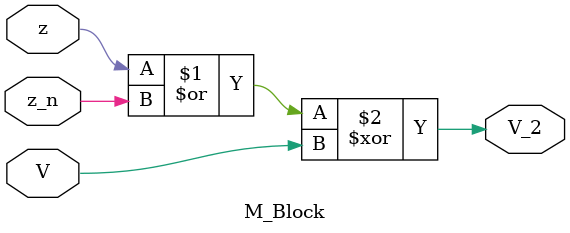
<source format=v>
`timescale 1ps / 1ps
module M_Block(output V_2, input z,z_n,V);
assign V_2 = (z|z_n)^V;
endmodule
</source>
